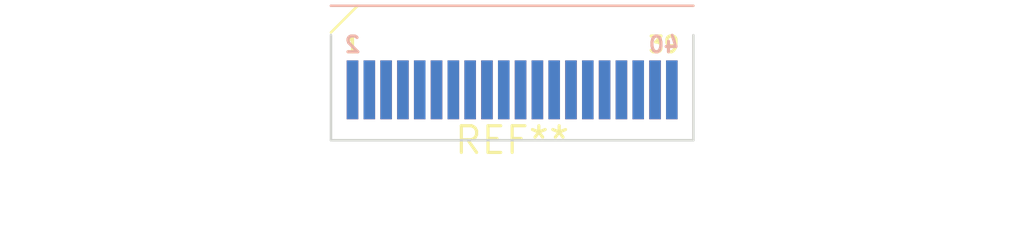
<source format=kicad_pcb>
(kicad_pcb (version 20240108) (generator pcbnew)
  (layers (0 "F.Cu" signal) (31 "B.Cu" signal) (34 "B.Paste" user) (35 "F.Paste" user) (36 "B.SilkS" user "B.Silkscreen") (37 "F.SilkS" user "F.Silkscreen") (38 "B.Mask" user) (39 "F.Mask" user) (44 "Edge.Cuts" user))
  (net 0 "")
  (footprint "Samtec_HSEC8-120-X-X-DV_2x20_P0.8mm_Edge" (layer "F.Cu") (at 0 0)
    (property "Reference" "REF**")
    (property "Value" "Samtec_HSEC8-120-X-X-DV_2x20_P0.8mm_Edge")
    (fp_line (start -8.625 -6.4) (end -8.625 -6.4) (layer "B.SilkS") (stroke (width 0.12)))
    (fp_line (start -8.625 -6.4) (end 8.625 -6.4) (layer "B.SilkS") (stroke (width 0.12)))
    (fp_line (start -8.625 -5.13) (end -7.355 -6.4) (layer "F.SilkS") (stroke (width 0.12)))
    (fp_line (start -7.355 -6.4) (end 8.625 -6.4) (layer "F.SilkS") (stroke (width 0.12)))
    (fp_line (start -8.625 -5) (end -8.625 0) (layer "Edge.Cuts") (stroke (width 0.12)))
    (fp_line (start -8.625 0) (end 8.625 0) (layer "Edge.Cuts") (stroke (width 0.12)))
    (fp_line (start 8.625 0) (end 8.625 -5) (layer "Edge.Cuts") (stroke (width 0.12)))
    (fp_text user "2" (at -7.6 -4.55 0) (layer "B.SilkS") (effects (font (size 0.75 0.75)) (justify mirror)))
    (fp_text user "40" (at 7.225 -4.55 0) (layer "B.SilkS") (effects (font (size 0.75 0.75)) (justify mirror)))
    (fp_text user "1" (at -7.6 -4.55 0) (layer "F.SilkS") (effects (font (size 0.75 0.75))))
    (fp_text user "39" (at 7.225 -4.55 0) (layer "F.SilkS") (effects (font (size 0.75 0.75))))
    (pad "1" connect rect (at -7.6 -2.4) (size 0.55 2.8) (layers "F.Cu" "F.Mask"))
    (pad "2" connect rect (at -7.6 -2.4) (size 0.55 2.8) (layers "B.Cu" "B.Mask"))
    (pad "3" connect rect (at -6.8 -2.4) (size 0.55 2.8) (layers "F.Cu" "F.Mask"))
    (pad "4" connect rect (at -6.8 -2.4) (size 0.55 2.8) (layers "B.Cu" "B.Mask"))
    (pad "5" connect rect (at -6 -2.4) (size 0.55 2.8) (layers "F.Cu" "F.Mask"))
    (pad "6" connect rect (at -6 -2.4) (size 0.55 2.8) (layers "B.Cu" "B.Mask"))
    (pad "7" connect rect (at -5.2 -2.4) (size 0.55 2.8) (layers "F.Cu" "F.Mask"))
    (pad "8" connect rect (at -5.2 -2.4) (size 0.55 2.8) (layers "B.Cu" "B.Mask"))
    (pad "9" connect rect (at -4.4 -2.4) (size 0.55 2.8) (layers "F.Cu" "F.Mask"))
    (pad "10" connect rect (at -4.4 -2.4) (size 0.55 2.8) (layers "B.Cu" "B.Mask"))
    (pad "11" connect rect (at -3.6 -2.4) (size 0.55 2.8) (layers "F.Cu" "F.Mask"))
    (pad "12" connect rect (at -3.6 -2.4) (size 0.55 2.8) (layers "B.Cu" "B.Mask"))
    (pad "13" connect rect (at -2.8 -2.4) (size 0.55 2.8) (layers "F.Cu" "F.Mask"))
    (pad "14" connect rect (at -2.8 -2.4) (size 0.55 2.8) (layers "B.Cu" "B.Mask"))
    (pad "15" connect rect (at -2 -2.4) (size 0.55 2.8) (layers "F.Cu" "F.Mask"))
    (pad "16" connect rect (at -2 -2.4) (size 0.55 2.8) (layers "B.Cu" "B.Mask"))
    (pad "17" connect rect (at -1.2 -2.4) (size 0.55 2.8) (layers "F.Cu" "F.Mask"))
    (pad "18" connect rect (at -1.2 -2.4) (size 0.55 2.8) (layers "B.Cu" "B.Mask"))
    (pad "19" connect rect (at -0.4 -2.4) (size 0.55 2.8) (layers "F.Cu" "F.Mask"))
    (pad "20" connect rect (at -0.4 -2.4) (size 0.55 2.8) (layers "B.Cu" "B.Mask"))
    (pad "21" connect rect (at 0.4 -2.4) (size 0.55 2.8) (layers "F.Cu" "F.Mask"))
    (pad "22" connect rect (at 0.4 -2.4) (size 0.55 2.8) (layers "B.Cu" "B.Mask"))
    (pad "23" connect rect (at 1.2 -2.4) (size 0.55 2.8) (layers "F.Cu" "F.Mask"))
    (pad "24" connect rect (at 1.2 -2.4) (size 0.55 2.8) (layers "B.Cu" "B.Mask"))
    (pad "25" connect rect (at 2 -2.4) (size 0.55 2.8) (layers "F.Cu" "F.Mask"))
    (pad "26" connect rect (at 2 -2.4) (size 0.55 2.8) (layers "B.Cu" "B.Mask"))
    (pad "27" connect rect (at 2.8 -2.4) (size 0.55 2.8) (layers "F.Cu" "F.Mask"))
    (pad "28" connect rect (at 2.8 -2.4) (size 0.55 2.8) (layers "B.Cu" "B.Mask"))
    (pad "29" connect rect (at 3.6 -2.4) (size 0.55 2.8) (layers "F.Cu" "F.Mask"))
    (pad "30" connect rect (at 3.6 -2.4) (size 0.55 2.8) (layers "B.Cu" "B.Mask"))
    (pad "31" connect rect (at 4.4 -2.4) (size 0.55 2.8) (layers "F.Cu" "F.Mask"))
    (pad "32" connect rect (at 4.4 -2.4) (size 0.55 2.8) (layers "B.Cu" "B.Mask"))
    (pad "33" connect rect (at 5.2 -2.4) (size 0.55 2.8) (layers "F.Cu" "F.Mask"))
    (pad "34" connect rect (at 5.2 -2.4) (size 0.55 2.8) (layers "B.Cu" "B.Mask"))
    (pad "35" connect rect (at 6 -2.4) (size 0.55 2.8) (layers "F.Cu" "F.Mask"))
    (pad "36" connect rect (at 6 -2.4) (size 0.55 2.8) (layers "B.Cu" "B.Mask"))
    (pad "37" connect rect (at 6.8 -2.4) (size 0.55 2.8) (layers "F.Cu" "F.Mask"))
    (pad "38" connect rect (at 6.8 -2.4) (size 0.55 2.8) (layers "B.Cu" "B.Mask"))
    (pad "39" connect rect (at 7.6 -2.4) (size 0.55 2.8) (layers "F.Cu" "F.Mask"))
    (pad "40" connect rect (at 7.6 -2.4) (size 0.55 2.8) (layers "B.Cu" "B.Mask"))
  )
)
</source>
